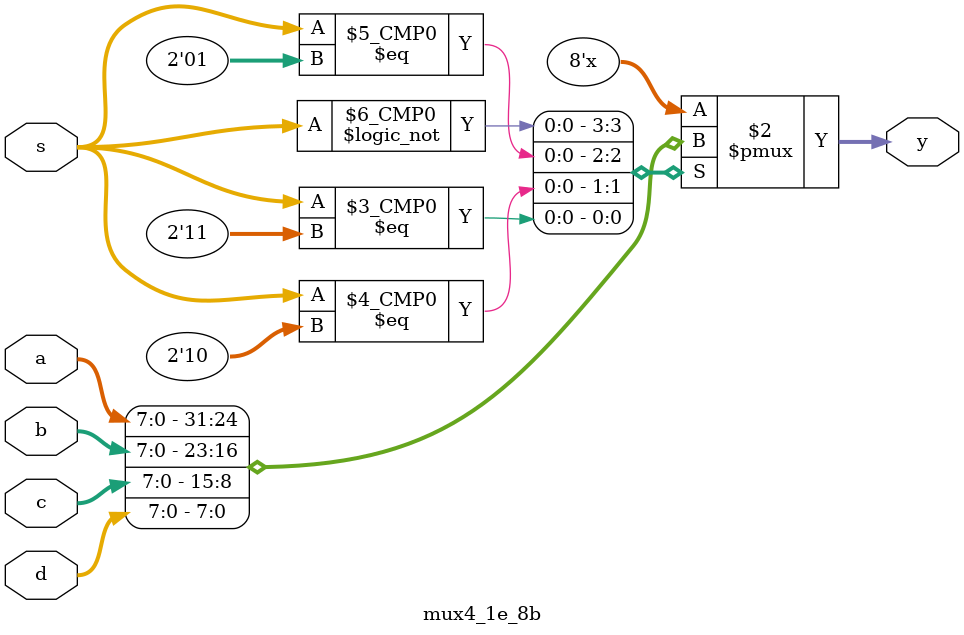
<source format=v>
module mux4_1e_8b(y,a,b,c,d,s);
	output [7:0] y;
	input [7:0] a,b,c,d;
	input [1:0] s;
	
	reg [7:0] y;
	
	always @(*)
	begin
		case(s)
			2'b00:y=a;
			2'b01:y=b;
			2'b10:y=c;
			2'b11:y=d;
			default:y=8'b0000_0000;
		endcase
	end
endmodule

</source>
